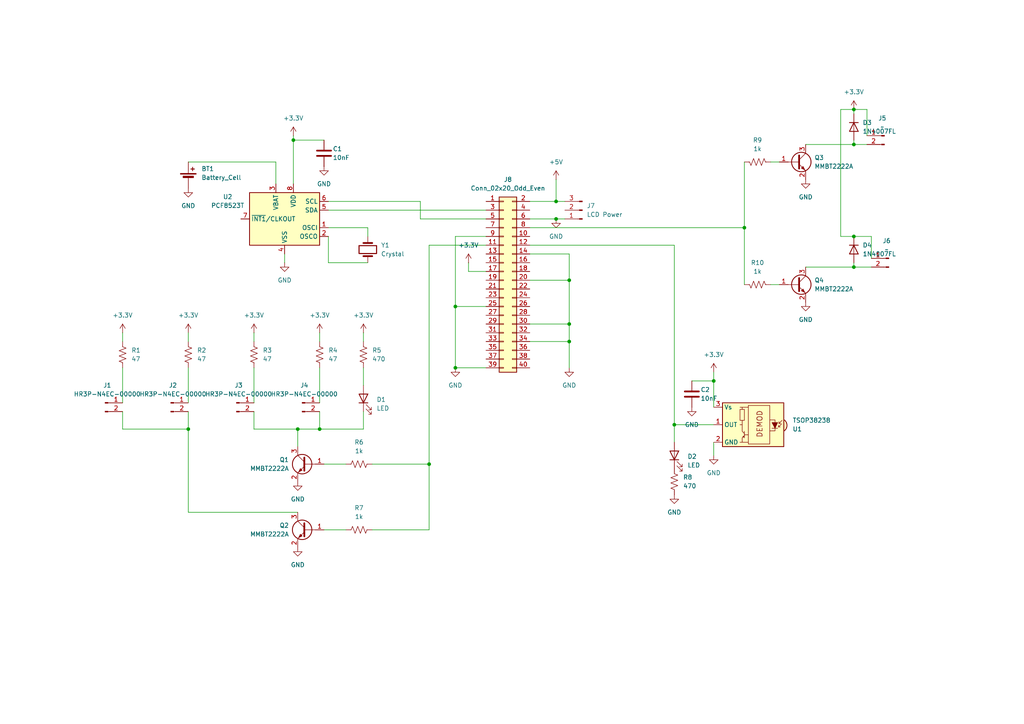
<source format=kicad_sch>
(kicad_sch (version 20250114) (generator "eeschema") (generator_version "9.0")
  (paper "A4")
  (lib_symbols
    (symbol "Connector:Conn_01x02_Pin" (pin_names (offset 1.016) (hide yes))
      (property "Reference" "J" (at 0 2.54 0))
      (property "Value" "Conn_01x02_Pin" (at 0 -5.08 0))
      (symbol "Conn_01x02_Pin_1_1"
        (rectangle (start 0.8636 0.127) (end 0 -0.127) (stroke (width 0.1524)) (fill (type outline)))
        (rectangle (start 0.8636 -2.413) (end 0 -2.667) (stroke (width 0.1524)) (fill (type outline)))
        (polyline (pts (xy 1.27 0) (xy 0.8636 0)) (stroke (width 0.1524)))
        (polyline (pts (xy 1.27 -2.54) (xy 0.8636 -2.54)) (stroke (width 0.1524)))
        (pin passive line (at 5.08 0 180) (length 3.81) (name "Pin_1") (number "1"))
        (pin passive line (at 5.08 -2.54 180) (length 3.81) (name "Pin_2") (number "2"))
      )
    )
    (symbol "Connector:Conn_01x03_Pin" (pin_names (offset 1.016) (hide yes))
      (property "Reference" "J" (at 0 5.08 0))
      (property "Value" "Conn_01x03_Pin" (at 0 -5.08 0))
      (symbol "Conn_01x03_Pin_1_1"
        (rectangle (start 0.8636 2.667) (end 0 2.413) (stroke (width 0.1524)) (fill (type outline)))
        (rectangle (start 0.8636 0.127) (end 0 -0.127) (stroke (width 0.1524)) (fill (type outline)))
        (rectangle (start 0.8636 -2.413) (end 0 -2.667) (stroke (width 0.1524)) (fill (type outline)))
        (polyline (pts (xy 1.27 2.54) (xy 0.8636 2.54)) (stroke (width 0.1524)))
        (polyline (pts (xy 1.27 0) (xy 0.8636 0)) (stroke (width 0.1524)))
        (polyline (pts (xy 1.27 -2.54) (xy 0.8636 -2.54)) (stroke (width 0.1524)))
        (pin passive line (at 5.08 2.54 180) (length 3.81) (name "Pin_1") (number "1"))
        (pin passive line (at 5.08 0 180) (length 3.81) (name "Pin_2") (number "2"))
        (pin passive line (at 5.08 -2.54 180) (length 3.81) (name "Pin_3") (number "3"))
      )
    )
    (symbol "Connector_Generic:Conn_02x20_Odd_Even" (pin_names (offset 1.016) (hide yes))
      (property "Reference" "J" (at 1.27 25.4 0))
      (property "Value" "Conn_02x20_Odd_Even" (at 1.27 -27.94 0))
      (symbol "Conn_02x20_Odd_Even_1_1"
        (rectangle (start -1.27 24.13) (end 3.81 -26.67) (stroke (width 0.254)) (fill (type background)))
        (rectangle (start -1.27 22.987) (end 0 22.733) (stroke (width 0.1524)))
        (rectangle (start -1.27 20.447) (end 0 20.193) (stroke (width 0.1524)))
        (rectangle (start -1.27 17.907) (end 0 17.653) (stroke (width 0.1524)))
        (rectangle (start -1.27 15.367) (end 0 15.113) (stroke (width 0.1524)))
        (rectangle (start -1.27 12.827) (end 0 12.573) (stroke (width 0.1524)))
        (rectangle (start -1.27 10.287) (end 0 10.033) (stroke (width 0.1524)))
        (rectangle (start -1.27 7.747) (end 0 7.493) (stroke (width 0.1524)))
        (rectangle (start -1.27 5.207) (end 0 4.953) (stroke (width 0.1524)))
        (rectangle (start -1.27 2.667) (end 0 2.413) (stroke (width 0.1524)))
        (rectangle (start -1.27 0.127) (end 0 -0.127) (stroke (width 0.1524)))
        (rectangle (start -1.27 -2.413) (end 0 -2.667) (stroke (width 0.1524)))
        (rectangle (start -1.27 -4.953) (end 0 -5.207) (stroke (width 0.1524)))
        (rectangle (start -1.27 -7.493) (end 0 -7.747) (stroke (width 0.1524)))
        (rectangle (start -1.27 -10.033) (end 0 -10.287) (stroke (width 0.1524)))
        (rectangle (start -1.27 -12.573) (end 0 -12.827) (stroke (width 0.1524)))
        (rectangle (start -1.27 -15.113) (end 0 -15.367) (stroke (width 0.1524)))
        (rectangle (start -1.27 -17.653) (end 0 -17.907) (stroke (width 0.1524)))
        (rectangle (start -1.27 -20.193) (end 0 -20.447) (stroke (width 0.1524)))
        (rectangle (start -1.27 -22.733) (end 0 -22.987) (stroke (width 0.1524)))
        (rectangle (start -1.27 -25.273) (end 0 -25.527) (stroke (width 0.1524)))
        (rectangle (start 3.81 22.987) (end 2.54 22.733) (stroke (width 0.1524)))
        (rectangle (start 3.81 20.447) (end 2.54 20.193) (stroke (width 0.1524)))
        (rectangle (start 3.81 17.907) (end 2.54 17.653) (stroke (width 0.1524)))
        (rectangle (start 3.81 15.367) (end 2.54 15.113) (stroke (width 0.1524)))
        (rectangle (start 3.81 12.827) (end 2.54 12.573) (stroke (width 0.1524)))
        (rectangle (start 3.81 10.287) (end 2.54 10.033) (stroke (width 0.1524)))
        (rectangle (start 3.81 7.747) (end 2.54 7.493) (stroke (width 0.1524)))
        (rectangle (start 3.81 5.207) (end 2.54 4.953) (stroke (width 0.1524)))
        (rectangle (start 3.81 2.667) (end 2.54 2.413) (stroke (width 0.1524)))
        (rectangle (start 3.81 0.127) (end 2.54 -0.127) (stroke (width 0.1524)))
        (rectangle (start 3.81 -2.413) (end 2.54 -2.667) (stroke (width 0.1524)))
        (rectangle (start 3.81 -4.953) (end 2.54 -5.207) (stroke (width 0.1524)))
        (rectangle (start 3.81 -7.493) (end 2.54 -7.747) (stroke (width 0.1524)))
        (rectangle (start 3.81 -10.033) (end 2.54 -10.287) (stroke (width 0.1524)))
        (rectangle (start 3.81 -12.573) (end 2.54 -12.827) (stroke (width 0.1524)))
        (rectangle (start 3.81 -15.113) (end 2.54 -15.367) (stroke (width 0.1524)))
        (rectangle (start 3.81 -17.653) (end 2.54 -17.907) (stroke (width 0.1524)))
        (rectangle (start 3.81 -20.193) (end 2.54 -20.447) (stroke (width 0.1524)))
        (rectangle (start 3.81 -22.733) (end 2.54 -22.987) (stroke (width 0.1524)))
        (rectangle (start 3.81 -25.273) (end 2.54 -25.527) (stroke (width 0.1524)))
        (pin passive line (at -5.08 22.86 0) (length 3.81) (name "Pin_1") (number "1"))
        (pin passive line (at -5.08 20.32 0) (length 3.81) (name "Pin_3") (number "3"))
        (pin passive line (at -5.08 17.78 0) (length 3.81) (name "Pin_5") (number "5"))
        (pin passive line (at -5.08 15.24 0) (length 3.81) (name "Pin_7") (number "7"))
        (pin passive line (at -5.08 12.7 0) (length 3.81) (name "Pin_9") (number "9"))
        (pin passive line (at -5.08 10.16 0) (length 3.81) (name "Pin_11") (number "11"))
        (pin passive line (at -5.08 7.62 0) (length 3.81) (name "Pin_13") (number "13"))
        (pin passive line (at -5.08 5.08 0) (length 3.81) (name "Pin_15") (number "15"))
        (pin passive line (at -5.08 2.54 0) (length 3.81) (name "Pin_17") (number "17"))
        (pin passive line (at -5.08 0 0) (length 3.81) (name "Pin_19") (number "19"))
        (pin passive line (at -5.08 -2.54 0) (length 3.81) (name "Pin_21") (number "21"))
        (pin passive line (at -5.08 -5.08 0) (length 3.81) (name "Pin_23") (number "23"))
        (pin passive line (at -5.08 -7.62 0) (length 3.81) (name "Pin_25") (number "25"))
        (pin passive line (at -5.08 -10.16 0) (length 3.81) (name "Pin_27") (number "27"))
        (pin passive line (at -5.08 -12.7 0) (length 3.81) (name "Pin_29") (number "29"))
        (pin passive line (at -5.08 -15.24 0) (length 3.81) (name "Pin_31") (number "31"))
        (pin passive line (at -5.08 -17.78 0) (length 3.81) (name "Pin_33") (number "33"))
        (pin passive line (at -5.08 -20.32 0) (length 3.81) (name "Pin_35") (number "35"))
        (pin passive line (at -5.08 -22.86 0) (length 3.81) (name "Pin_37") (number "37"))
        (pin passive line (at -5.08 -25.4 0) (length 3.81) (name "Pin_39") (number "39"))
        (pin passive line (at 7.62 22.86 180) (length 3.81) (name "Pin_2") (number "2"))
        (pin passive line (at 7.62 20.32 180) (length 3.81) (name "Pin_4") (number "4"))
        (pin passive line (at 7.62 17.78 180) (length 3.81) (name "Pin_6") (number "6"))
        (pin passive line (at 7.62 15.24 180) (length 3.81) (name "Pin_8") (number "8"))
        (pin passive line (at 7.62 12.7 180) (length 3.81) (name "Pin_10") (number "10"))
        (pin passive line (at 7.62 10.16 180) (length 3.81) (name "Pin_12") (number "12"))
        (pin passive line (at 7.62 7.62 180) (length 3.81) (name "Pin_14") (number "14"))
        (pin passive line (at 7.62 5.08 180) (length 3.81) (name "Pin_16") (number "16"))
        (pin passive line (at 7.62 2.54 180) (length 3.81) (name "Pin_18") (number "18"))
        (pin passive line (at 7.62 0 180) (length 3.81) (name "Pin_20") (number "20"))
        (pin passive line (at 7.62 -2.54 180) (length 3.81) (name "Pin_22") (number "22"))
        (pin passive line (at 7.62 -5.08 180) (length 3.81) (name "Pin_24") (number "24"))
        (pin passive line (at 7.62 -7.62 180) (length 3.81) (name "Pin_26") (number "26"))
        (pin passive line (at 7.62 -10.16 180) (length 3.81) (name "Pin_28") (number "28"))
        (pin passive line (at 7.62 -12.7 180) (length 3.81) (name "Pin_30") (number "30"))
        (pin passive line (at 7.62 -15.24 180) (length 3.81) (name "Pin_32") (number "32"))
        (pin passive line (at 7.62 -17.78 180) (length 3.81) (name "Pin_34") (number "34"))
        (pin passive line (at 7.62 -20.32 180) (length 3.81) (name "Pin_36") (number "36"))
        (pin passive line (at 7.62 -22.86 180) (length 3.81) (name "Pin_38") (number "38"))
        (pin passive line (at 7.62 -25.4 180) (length 3.81) (name "Pin_40") (number "40"))
      )
    )
    (symbol "Device:Battery_Cell" (pin_numbers (hide yes)) (pin_names (offset 0) (hide yes))
      (property "Reference" "BT" (at 2.54 2.54 0))
      (property "Value" "Battery_Cell" (at 2.54 0 0))
      (symbol "Battery_Cell_0_1"
        (rectangle (start -2.286 1.778) (end 2.286 1.524) (fill (type outline)))
        (rectangle (start -1.524 1.016) (end 1.524 0.508) (fill (type outline)))
        (polyline (pts (xy 0 1.778) (xy 0 2.54)))
        (polyline (pts (xy 0 0.762) (xy 0 0)))
        (polyline (pts (xy 0.762 3.048) (xy 1.778 3.048)) (stroke (width 0.254)))
        (polyline (pts (xy 1.27 3.556) (xy 1.27 2.54)) (stroke (width 0.254)))
      )
      (symbol "Battery_Cell_1_1"
        (pin passive line (at 0 5.08 270) (length 2.54) (name "+") (number "1"))
        (pin passive line (at 0 -2.54 90) (length 2.54) (name "-") (number "2"))
      )
    )
    (symbol "Device:C" (pin_numbers (hide yes)) (pin_names (offset 0.254))
      (property "Reference" "C" (at 0.635 2.54 0))
      (property "Value" "C" (at 0.635 -2.54 0))
      (symbol "C_0_1"
        (polyline (pts (xy -2.032 0.762) (xy 2.032 0.762)) (stroke (width 0.508)))
        (polyline (pts (xy -2.032 -0.762) (xy 2.032 -0.762)) (stroke (width 0.508)))
      )
      (symbol "C_1_1"
        (pin passive line (at 0 3.81 270) (length 2.794) (name "~") (number "1"))
        (pin passive line (at 0 -3.81 90) (length 2.794) (name "~") (number "2"))
      )
    )
    (symbol "Device:Crystal" (pin_numbers (hide yes)) (pin_names (offset 1.016) (hide yes))
      (property "Reference" "Y" (at 0 3.81 0))
      (property "Value" "Crystal" (at 0 -3.81 0))
      (symbol "Crystal_0_1"
        (polyline (pts (xy -2.54 0) (xy -1.905 0)))
        (polyline (pts (xy -1.905 -1.27) (xy -1.905 1.27)) (stroke (width 0.508)))
        (rectangle (start -1.143 2.54) (end 1.143 -2.54) (stroke (width 0.3048)))
        (polyline (pts (xy 1.905 -1.27) (xy 1.905 1.27)) (stroke (width 0.508)))
        (polyline (pts (xy 2.54 0) (xy 1.905 0)))
      )
      (symbol "Crystal_1_1"
        (pin passive line (at -3.81 0 0) (length 1.27) (name "1") (number "1"))
        (pin passive line (at 3.81 0 180) (length 1.27) (name "2") (number "2"))
      )
    )
    (symbol "Device:LED" (pin_numbers (hide yes)) (pin_names (offset 1.016) (hide yes))
      (property "Reference" "D" (at 0 2.54 0))
      (property "Value" "LED" (at 0 -2.54 0))
      (symbol "LED_0_1"
        (polyline (pts (xy -3.048 -0.762) (xy -4.572 -2.286) (xy -3.81 -2.286) (xy -4.572 -2.286) (xy -4.572 -1.524)))
        (polyline (pts (xy -1.778 -0.762) (xy -3.302 -2.286) (xy -2.54 -2.286) (xy -3.302 -2.286) (xy -3.302 -1.524)))
        (polyline (pts (xy -1.27 0) (xy 1.27 0)))
        (polyline (pts (xy -1.27 -1.27) (xy -1.27 1.27)) (stroke (width 0.254)))
        (polyline (pts (xy 1.27 -1.27) (xy 1.27 1.27) (xy -1.27 0) (xy 1.27 -1.27)) (stroke (width 0.254)))
      )
      (symbol "LED_1_1"
        (pin passive line (at -3.81 0 0) (length 2.54) (name "K") (number "1"))
        (pin passive line (at 3.81 0 180) (length 2.54) (name "A") (number "2"))
      )
    )
    (symbol "Device:R_US" (pin_numbers (hide yes)) (pin_names (offset 0))
      (property "Reference" "R" (at 2.54 0 90))
      (property "Value" "R_US" (at -2.54 0 90))
      (symbol "R_US_0_1"
        (polyline (pts (xy 0 2.286) (xy 0 2.54)))
        (polyline (pts (xy 0 2.286) (xy 1.016 1.905) (xy 0 1.524) (xy -1.016 1.143) (xy 0 0.762)))
        (polyline (pts (xy 0 0.762) (xy 1.016 0.381) (xy 0 0) (xy -1.016 -0.381) (xy 0 -0.762)))
        (polyline (pts (xy 0 -0.762) (xy 1.016 -1.143) (xy 0 -1.524) (xy -1.016 -1.905) (xy 0 -2.286)))
        (polyline (pts (xy 0 -2.286) (xy 0 -2.54)))
      )
      (symbol "R_US_1_1"
        (pin passive line (at 0 3.81 270) (length 1.27) (name "~") (number "1"))
        (pin passive line (at 0 -3.81 90) (length 1.27) (name "~") (number "2"))
      )
    )
    (symbol "Diode:MRA4007T3G" (pin_numbers (hide yes)) (pin_names (hide yes))
      (property "Reference" "D" (at 0 2.54 0))
      (property "Value" "MRA4007T3G" (at 0 -2.54 0))
      (symbol "MRA4007T3G_0_1"
        (polyline (pts (xy -1.27 1.27) (xy -1.27 -1.27)) (stroke (width 0.254)))
        (polyline (pts (xy 1.27 1.27) (xy 1.27 -1.27) (xy -1.27 0) (xy 1.27 1.27)) (stroke (width 0.254)))
        (polyline (pts (xy 1.27 0) (xy -1.27 0)))
      )
      (symbol "MRA4007T3G_1_1"
        (pin passive line (at -3.81 0 0) (length 2.54) (name "K") (number "1"))
        (pin passive line (at 3.81 0 180) (length 2.54) (name "A") (number "2"))
      )
    )
    (symbol "Interface_Optical:TSOP382xx"
      (property "Reference" "U" (at -10.16 7.62 0))
      (property "Value" "TSOP382xx" (at -10.16 -7.62 0))
      (symbol "TSOP382xx_0_0"
        (arc (start -10.287 -1.778) (mid -11.0899 -0.1905) (end -10.287 1.397) (stroke (width 0.254)) (fill (type background)))
        (polyline (pts (xy 1.905 5.08) (xy 0.127 5.08)))
        (polyline (pts (xy 1.905 -5.08) (xy 0.127 -5.08)))
        (text "DEMOD" (at -3.175 0.254 900) (effects (font (size 1.524 1.524))))
      )
      (symbol "TSOP382xx_0_1"
        (polyline (pts (xy -8.763 0.381) (xy -9.652 1.27)))
        (polyline (pts (xy -8.763 0.381) (xy -9.271 0.381)))
        (polyline (pts (xy -8.763 0.381) (xy -8.763 0.889)))
        (polyline (pts (xy -8.636 -0.635) (xy -9.525 0.254)))
        (polyline (pts (xy -8.636 -0.635) (xy -9.144 -0.635)))
        (polyline (pts (xy -8.636 -0.635) (xy -8.636 -0.127)))
        (polyline (pts (xy -8.382 0.635) (xy -6.731 0.635) (xy -7.62 -1.016) (xy -8.382 0.635)) (fill (type outline)))
        (polyline (pts (xy -8.382 -1.016) (xy -6.731 -1.016)))
        (rectangle (start -6.096 5.588) (end 0.127 -5.588))
        (polyline (pts (xy -6.096 1.397) (xy -7.62 1.397) (xy -7.62 -1.778) (xy -6.096 -1.778)))
        (polyline (pts (xy 1.27 -1.905) (xy 1.27 -3.81)))
        (polyline (pts (xy 1.27 -2.54) (xy 1.905 -1.905) (xy 1.905 0) (xy 2.54 0)))
        (polyline (pts (xy 1.27 -2.921) (xy 0.127 -2.921)))
        (polyline (pts (xy 1.27 -3.175) (xy 1.905 -3.81) (xy 1.905 -5.08) (xy 2.54 -5.08)))
        (polyline (pts (xy 1.397 -3.556) (xy 1.524 -3.556)))
        (polyline (pts (xy 1.651 -3.556) (xy 1.524 -3.556)))
        (polyline (pts (xy 1.651 -3.556) (xy 1.651 -3.302)))
        (polyline (pts (xy 1.905 4.445) (xy 1.905 5.08) (xy 2.54 5.08)))
        (polyline (pts (xy 1.905 0) (xy 1.905 1.27)))
        (rectangle (start 2.54 1.27) (end 1.27 4.445))
        (rectangle (start 7.62 6.35) (end -10.16 -6.35) (stroke (width 0.254)) (fill (type background)))
      )
      (symbol "TSOP382xx_1_1"
        (pin power_in line (at 10.16 5.08 180) (length 2.54) (name "Vs") (number "3"))
        (pin output line (at 10.16 0 180) (length 2.54) (name "OUT") (number "1"))
        (pin power_in line (at 10.16 -5.08 180) (length 2.54) (name "GND") (number "2"))
      )
    )
    (symbol "Timer_RTC:PCF8523T"
      (property "Reference" "U" (at -10.16 8.89 0))
      (property "Value" "PCF8523T" (at 3.81 8.89 0))
      (symbol "PCF8523T_0_1"
        (rectangle (start -10.16 7.62) (end 10.16 -7.62) (stroke (width 0.254)) (fill (type background)))
      )
      (symbol "PCF8523T_1_1"
        (pin input line (at -12.7 5.08 0) (length 2.54) (name "SCL") (number "6"))
        (pin bidirectional line (at -12.7 2.54 0) (length 2.54) (name "SDA") (number "5"))
        (pin input line (at -12.7 -2.54 0) (length 2.54) (name "OSCI") (number "1"))
        (pin output line (at -12.7 -5.08 0) (length 2.54) (name "OSCO") (number "2"))
        (pin power_in line (at -2.54 10.16 270) (length 2.54) (name "VDD") (number "8"))
        (pin power_in line (at 0 -10.16 90) (length 2.54) (name "VSS") (number "4"))
        (pin power_in line (at 2.54 10.16 270) (length 2.54) (name "VBAT") (number "3"))
        (pin open_collector line (at 12.7 0 180) (length 2.54) (name "~{INT1}/CLKOUT") (number "7"))
      )
    )
    (symbol "Transistor_BJT:MMBT2222A" (pin_names (offset 0) (hide yes))
      (property "Reference" "Q" (at 5.08 1.905 0))
      (property "Value" "MMBT2222A" (at 5.08 0 0))
      (symbol "MMBT2222A_0_1"
        (polyline (pts (xy -2.54 0) (xy 0.635 0)))
        (polyline (pts (xy 0.635 1.905) (xy 0.635 -1.905)) (stroke (width 0.508)))
        (circle (center 1.27 0) (radius 2.8194) (stroke (width 0.254)))
      )
      (symbol "MMBT2222A_1_1"
        (polyline (pts (xy 0.635 0.635) (xy 2.54 2.54)))
        (polyline (pts (xy 0.635 -0.635) (xy 2.54 -2.54)))
        (polyline (pts (xy 1.27 -1.778) (xy 1.778 -1.27) (xy 2.286 -2.286) (xy 1.27 -1.778)) (fill (type outline)))
        (pin input line (at -5.08 0 0) (length 2.54) (name "B") (number "1"))
        (pin passive line (at 2.54 5.08 270) (length 2.54) (name "C") (number "3"))
        (pin passive line (at 2.54 -5.08 90) (length 2.54) (name "E") (number "2"))
      )
    )
    (symbol "power:+3.3V" (power) (pin_numbers (hide yes)) (pin_names (offset 0) (hide yes))
      (property "Value" "+3.3V" (at 0 3.556 0))
      (symbol "+3.3V_0_1"
        (polyline (pts (xy -0.762 1.27) (xy 0 2.54)))
        (polyline (pts (xy 0 2.54) (xy 0.762 1.27)))
        (polyline (pts (xy 0 0) (xy 0 2.54)))
      )
      (symbol "+3.3V_1_1"
        (pin power_in line (at 0 0 90) (length 0) (name "~") (number "1"))
      )
    )
    (symbol "power:+5V" (power) (pin_numbers (hide yes)) (pin_names (offset 0) (hide yes))
      (property "Value" "+5V" (at 0 3.556 0))
      (symbol "+5V_0_1"
        (polyline (pts (xy -0.762 1.27) (xy 0 2.54)))
        (polyline (pts (xy 0 2.54) (xy 0.762 1.27)))
        (polyline (pts (xy 0 0) (xy 0 2.54)))
      )
      (symbol "+5V_1_1"
        (pin power_in line (at 0 0 90) (length 0) (name "~") (number "1"))
      )
    )
    (symbol "power:GND" (power) (pin_numbers (hide yes)) (pin_names (offset 0) (hide yes))
      (property "Value" "GND" (at 0 -3.81 0))
      (symbol "GND_0_1"
        (polyline (pts (xy 0 0) (xy 0 -1.27) (xy 1.27 -1.27) (xy 0 -2.54) (xy -1.27 -1.27) (xy 0 -1.27)))
      )
      (symbol "GND_1_1"
        (pin power_in line (at 0 0 270) (length 0) (name "~") (number "1"))
      )
    )
  )
  (junction (at 195.58 123.19))
  (junction (at 161.29 63.5))
  (junction (at 165.1 93.98))
  (junction (at 247.65 68.58))
  (junction (at 207.01 110.49))
  (junction (at 165.1 99.06))
  (junction (at 247.65 77.47))
  (junction (at 92.71 124.46))
  (junction (at 247.65 41.91))
  (junction (at 161.29 58.42))
  (junction (at 132.08 106.68))
  (junction (at 86.36 124.46))
  (junction (at 124.46 134.62))
  (junction (at 54.61 124.46))
  (junction (at 132.08 88.9))
  (junction (at 215.9 66.04))
  (junction (at 165.1 81.28))
  (junction (at 247.65 31.75))
  (junction (at 85.09 40.64))
  (wire (pts (xy 54.61 148.59) (xy 54.61 124.46)))
  (wire (pts (xy 86.36 124.46) (xy 86.36 129.54)))
  (wire (pts (xy 121.92 63.5) (xy 140.97 63.5)))
  (wire (pts (xy 161.29 63.5) (xy 163.83 63.5)))
  (wire (pts (xy 85.09 39.37) (xy 85.09 40.64)))
  (wire (pts (xy 92.71 96.52) (xy 92.71 99.06)))
  (wire (pts (xy 132.08 106.68) (xy 140.97 106.68)))
  (wire (pts (xy 35.56 106.68) (xy 35.56 116.84)))
  (wire (pts (xy 226.06 46.99) (xy 223.52 46.99)))
  (wire (pts (xy 153.67 81.28) (xy 165.1 81.28)))
  (wire (pts (xy 252.73 74.93) (xy 252.73 68.58)))
  (wire (pts (xy 86.36 124.46) (xy 73.66 124.46)))
  (wire (pts (xy 35.56 124.46) (xy 54.61 124.46)))
  (wire (pts (xy 132.08 68.58) (xy 132.08 88.9)))
  (wire (pts (xy 251.46 41.91) (xy 247.65 41.91)))
  (wire (pts (xy 85.09 40.64) (xy 93.98 40.64)))
  (wire (pts (xy 73.66 119.38) (xy 73.66 124.46)))
  (wire (pts (xy 200.66 110.49) (xy 207.01 110.49)))
  (wire (pts (xy 92.71 124.46) (xy 86.36 124.46)))
  (wire (pts (xy 195.58 123.19) (xy 207.01 123.19)))
  (wire (pts (xy 140.97 68.58) (xy 132.08 68.58)))
  (wire (pts (xy 105.41 124.46) (xy 92.71 124.46)))
  (wire (pts (xy 73.66 96.52) (xy 73.66 99.06)))
  (wire (pts (xy 35.56 96.52) (xy 35.56 99.06)))
  (wire (pts (xy 95.25 76.2) (xy 106.68 76.2)))
  (wire (pts (xy 251.46 31.75) (xy 247.65 31.75)))
  (wire (pts (xy 247.65 40.64) (xy 247.65 41.91)))
  (wire (pts (xy 161.29 58.42) (xy 163.83 58.42)))
  (wire (pts (xy 153.67 66.04) (xy 215.9 66.04)))
  (wire (pts (xy 165.1 99.06) (xy 165.1 106.68)))
  (wire (pts (xy 165.1 81.28) (xy 165.1 93.98)))
  (wire (pts (xy 215.9 66.04) (xy 215.9 82.55)))
  (wire (pts (xy 252.73 77.47) (xy 247.65 77.47)))
  (wire (pts (xy 165.1 73.66) (xy 165.1 81.28)))
  (wire (pts (xy 247.65 31.75) (xy 243.84 31.75)))
  (wire (pts (xy 86.36 148.59) (xy 54.61 148.59)))
  (wire (pts (xy 207.01 107.95) (xy 207.01 110.49)))
  (wire (pts (xy 247.65 76.2) (xy 247.65 77.47)))
  (wire (pts (xy 95.25 68.58) (xy 95.25 76.2)))
  (wire (pts (xy 106.68 66.04) (xy 106.68 68.58)))
  (wire (pts (xy 215.9 46.99) (xy 215.9 66.04)))
  (wire (pts (xy 195.58 71.12) (xy 195.58 123.19)))
  (wire (pts (xy 54.61 96.52) (xy 54.61 99.06)))
  (wire (pts (xy 121.92 58.42) (xy 121.92 63.5)))
  (wire (pts (xy 54.61 106.68) (xy 54.61 116.84)))
  (wire (pts (xy 124.46 134.62) (xy 124.46 71.12)))
  (wire (pts (xy 92.71 106.68) (xy 92.71 116.84)))
  (wire (pts (xy 161.29 52.07) (xy 161.29 58.42)))
  (wire (pts (xy 153.67 73.66) (xy 165.1 73.66)))
  (wire (pts (xy 226.06 82.55) (xy 223.52 82.55)))
  (wire (pts (xy 95.25 58.42) (xy 121.92 58.42)))
  (wire (pts (xy 73.66 106.68) (xy 73.66 116.84)))
  (wire (pts (xy 247.65 41.91) (xy 233.68 41.91)))
  (wire (pts (xy 252.73 68.58) (xy 247.65 68.58)))
  (wire (pts (xy 140.97 78.74) (xy 135.89 78.74)))
  (wire (pts (xy 153.67 93.98) (xy 165.1 93.98)))
  (wire (pts (xy 82.55 76.2) (xy 82.55 73.66)))
  (wire (pts (xy 124.46 71.12) (xy 140.97 71.12)))
  (wire (pts (xy 251.46 39.37) (xy 251.46 31.75)))
  (wire (pts (xy 153.67 99.06) (xy 165.1 99.06)))
  (wire (pts (xy 207.01 132.08) (xy 207.01 128.27)))
  (wire (pts (xy 95.25 60.96) (xy 140.97 60.96)))
  (wire (pts (xy 54.61 119.38) (xy 54.61 124.46)))
  (wire (pts (xy 93.98 134.62) (xy 100.33 134.62)))
  (wire (pts (xy 247.65 31.75) (xy 247.65 33.02)))
  (wire (pts (xy 247.65 77.47) (xy 233.68 77.47)))
  (wire (pts (xy 35.56 119.38) (xy 35.56 124.46)))
  (wire (pts (xy 107.95 153.67) (xy 124.46 153.67)))
  (wire (pts (xy 124.46 153.67) (xy 124.46 134.62)))
  (wire (pts (xy 243.84 68.58) (xy 243.84 31.75)))
  (wire (pts (xy 105.41 106.68) (xy 105.41 111.76)))
  (wire (pts (xy 135.89 78.74) (xy 135.89 76.2)))
  (wire (pts (xy 80.01 46.99) (xy 80.01 53.34)))
  (wire (pts (xy 95.25 66.04) (xy 106.68 66.04)))
  (wire (pts (xy 207.01 110.49) (xy 207.01 118.11)))
  (wire (pts (xy 153.67 71.12) (xy 195.58 71.12)))
  (wire (pts (xy 93.98 153.67) (xy 100.33 153.67)))
  (wire (pts (xy 153.67 63.5) (xy 161.29 63.5)))
  (wire (pts (xy 153.67 58.42) (xy 161.29 58.42)))
  (wire (pts (xy 165.1 93.98) (xy 165.1 99.06)))
  (wire (pts (xy 54.61 46.99) (xy 80.01 46.99)))
  (wire (pts (xy 105.41 96.52) (xy 105.41 99.06)))
  (wire (pts (xy 243.84 68.58) (xy 247.65 68.58)))
  (wire (pts (xy 107.95 134.62) (xy 124.46 134.62)))
  (wire (pts (xy 92.71 119.38) (xy 92.71 124.46)))
  (wire (pts (xy 105.41 119.38) (xy 105.41 124.46)))
  (wire (pts (xy 132.08 88.9) (xy 132.08 106.68)))
  (wire (pts (xy 85.09 40.64) (xy 85.09 53.34)))
  (wire (pts (xy 195.58 128.27) (xy 195.58 123.19)))
  (wire (pts (xy 140.97 88.9) (xy 132.08 88.9)))
  (symbol (lib_id "power:+3.3V") (at 247.65 31.75 0) (unit 1)
    (property "Reference" "#PWR021" (effects (hide yes)))
    (property "Value" "+3.3V" (at 247.65 26.67 0))
    (property "Description" "Power symbol creates a global label with name \"+3.3V\"" (effects (hide yes)))
  )
  (symbol (lib_id "Device:R_US") (at 54.61 102.87 0) (unit 1)
    (property "Reference" "R2" (at 57.15 101.5999 0) (effects (justify left)))
    (property "Value" "47" (at 57.15 104.1399 0) (effects (justify left)))
    (property "Footprint" "Resistor_SMD:R_0805_2012Metric" (effects (hide yes)))
    (property "Description" "Resistor, US symbol" (effects (hide yes)))
    (property "Digikey" "RHM47BTR-ND" (effects (hide yes)))
  )
  (symbol (lib_id "power:GND") (at 161.29 63.5 0) (unit 1)
    (property "Reference" "#PWR020" (effects (hide yes)))
    (property "Value" "GND" (at 161.29 68.58 0))
    (property "Description" "Power symbol creates a global label with name \"GND\" , ground" (effects (hide yes)))
  )
  (symbol (lib_id "power:GND") (at 207.01 132.08 0) (unit 1)
    (property "Reference" "#PWR03" (effects (hide yes)))
    (property "Value" "GND" (at 207.01 137.16 0))
    (property "Description" "Power symbol creates a global label with name \"GND\" , ground" (effects (hide yes)))
  )
  (symbol (lib_id "Device:C") (at 93.98 44.45 0) (unit 1)
    (property "Reference" "C1" (at 96.52 43.18 0) (effects (justify left)))
    (property "Value" "10nF" (at 96.52 45.72 0) (effects (justify left)))
    (property "Footprint" "Capacitor_SMD:C_0805_2012Metric" (effects (hide yes)))
    (property "Description" "Unpolarized capacitor" (effects (hide yes)))
    (property "Digikey" "399-1158-1-ND" (effects (hide yes)))
    (property "LCSC" "C83170" (effects (hide yes)))
  )
  (symbol (lib_id "power:+3.3V") (at 207.01 107.95 0) (unit 1)
    (property "Reference" "#PWR01" (effects (hide yes)))
    (property "Value" "+3.3V" (at 207.01 102.87 0))
    (property "Description" "Power symbol creates a global label with name \"+3.3V\"" (effects (hide yes)))
  )
  (symbol (lib_id "Device:Battery_Cell") (at 54.61 52.07 0) (unit 1)
    (property "Reference" "BT1" (at 58.42 48.9584 0) (effects (justify left)))
    (property "Value" "Battery_Cell" (at 58.42 51.4984 0) (effects (justify left)))
    (property "Footprint" "Battery:BatteryHolder_Keystone_3000_1x12mm" (effects (hide yes)))
    (property "Description" "Single-cell battery" (effects (hide yes)))
  )
  (symbol (lib_id "Device:R_US") (at 195.58 139.7 180) (unit 1)
    (property "Reference" "R8" (at 198.12 138.4299 0) (effects (justify right)))
    (property "Value" "470" (at 198.12 140.9699 0) (effects (justify right)))
    (property "Footprint" "Resistor_SMD:R_0805_2012Metric" (effects (hide yes)))
    (property "Description" "Secondary option if PWM output is needed." (effects (hide yes)))
  )
  (symbol (lib_id "power:GND") (at 233.68 87.63 0) (mirror y) (unit 1)
    (property "Reference" "#PWR018" (effects (hide yes)))
    (property "Value" "GND" (at 233.68 92.71 0))
    (property "Description" "Power symbol creates a global label with name \"GND\" , ground" (effects (hide yes)))
  )
  (symbol (lib_id "power:GND") (at 165.1 106.68 0) (unit 1)
    (property "Reference" "#PWR06" (effects (hide yes)))
    (property "Value" "GND" (at 165.1 111.76 0))
    (property "Description" "Power symbol creates a global label with name \"GND\" , ground" (effects (hide yes)))
  )
  (symbol (lib_id "Device:Crystal") (at 106.68 72.39 90) (unit 1)
    (property "Reference" "Y1" (at 110.49 71.1199 90) (effects (justify right)))
    (property "Value" "Crystal" (at 110.49 73.6599 90) (effects (justify right)))
    (property "Footprint" "Crystal:Crystal_SMD_3215-2Pin_3.2x1.5mm" (effects (hide yes)))
    (property "Description" "Two pin crystal" (effects (hide yes)))
    (property "Digikey" "535-9543-2-ND" (effects (hide yes)))
  )
  (symbol (lib_id "Interface_Optical:TSOP382xx") (at 217.17 123.19 0) (mirror y) (unit 1)
    (property "Reference" "U1" (at 229.87 124.4601 0) (effects (justify right)))
    (property "Value" "TSOP38238" (at 229.87 121.9201 0) (effects (justify right)))
    (property "Footprint" "OptoDevice:Vishay_MINICAST-3Pin" (effects (hide yes)))
    (property "Datasheet" "http://www.vishay.com/docs/82491/tsop382.pdf" (effects (hide yes)))
    (property "Description" "Photo Modules for PCM Remote Control Systems" (effects (hide yes)))
    (property "Digikey" "751-1227-ND" (effects (hide yes)))
  )
  (symbol (lib_id "Device:R_US") (at 92.71 102.87 0) (unit 1)
    (property "Reference" "R4" (at 95.25 101.5999 0) (effects (justify left)))
    (property "Value" "47" (at 95.25 104.1399 0) (effects (justify left)))
    (property "Footprint" "Resistor_SMD:R_0805_2012Metric" (effects (hide yes)))
    (property "Description" "Resistor, US symbol" (effects (hide yes)))
    (property "Digikey" "RHM47BTR-ND" (effects (hide yes)))
  )
  (symbol (lib_id "Device:R_US") (at 35.56 102.87 0) (unit 1)
    (property "Reference" "R1" (at 38.1 101.5999 0) (effects (justify left)))
    (property "Value" "47" (at 38.1 104.1399 0) (effects (justify left)))
    (property "Footprint" "Resistor_SMD:R_0805_2012Metric" (effects (hide yes)))
    (property "Description" "Resistor, US symbol" (effects (hide yes)))
    (property "Digikey" "RHM47BTR-ND" (effects (hide yes)))
  )
  (symbol (lib_id "Device:R_US") (at 219.71 46.99 270) (mirror x) (unit 1)
    (property "Reference" "R9" (at 219.71 40.64 90))
    (property "Value" "1k" (at 219.71 43.18 90))
    (property "Footprint" "Resistor_SMD:R_0805_2012Metric" (effects (hide yes)))
    (property "Description" "Resistor, US symbol" (effects (hide yes)))
  )
  (symbol (lib_id "power:GND") (at 93.98 48.26 0) (unit 1)
    (property "Reference" "#PWR022" (effects (hide yes)))
    (property "Value" "GND" (at 93.98 53.34 0))
    (property "Description" "Power symbol creates a global label with name \"GND\" , ground" (effects (hide yes)))
  )
  (symbol (lib_id "power:+3.3V") (at 35.56 96.52 0) (unit 1)
    (property "Reference" "#PWR011" (effects (hide yes)))
    (property "Value" "+3.3V" (at 35.56 91.44 0))
    (property "Description" "Power symbol creates a global label with name \"+3.3V\"" (effects (hide yes)))
  )
  (symbol (lib_id "Connector:Conn_01x02_Pin") (at 30.48 116.84 0) (unit 1)
    (property "Reference" "J1" (at 31.115 111.76 0))
    (property "Value" "HR3P-N4EC-00000" (at 31.115 114.3 0))
    (property "Footprint" "Connector_PinHeader_2.54mm:PinHeader_1x02_P2.54mm_Horizontal" (effects (hide yes)))
    (property "Description" "Infrared LED transmitter" (effects (hide yes)))
    (property "Digikey" "516-HR3P-N4EC-00000-ND" (effects (hide yes)))
  )
  (symbol (lib_id "power:+3.3V") (at 105.41 96.52 0) (unit 1)
    (property "Reference" "#PWR012" (effects (hide yes)))
    (property "Value" "+3.3V" (at 105.41 91.44 0))
    (property "Description" "Power symbol creates a global label with name \"+3.3V\"" (effects (hide yes)))
  )
  (symbol (lib_id "power:GND") (at 200.66 118.11 0) (unit 1)
    (property "Reference" "#PWR023" (effects (hide yes)))
    (property "Value" "GND" (at 200.66 123.19 0))
    (property "Description" "Power symbol creates a global label with name \"GND\" , ground" (effects (hide yes)))
  )
  (symbol (lib_id "Diode:MRA4007T3G") (at 247.65 36.83 270) (unit 1)
    (property "Reference" "D3" (at 250.19 35.5599 90) (effects (justify left)))
    (property "Value" "1N4007FL" (at 250.19 38.0999 90) (effects (justify left)))
    (property "Footprint" "Diode_SMD:D_SOD-123" (effects (hide yes)))
    (property "Description" "75V 0.15A Fast Switching Diode, SOD-123" (effects (hide yes)))
    (property "Digikey" "1655-1N4007FLCT-ND" (effects (hide yes)))
    (property "LCSC" "C7528871" (effects (hide yes)))
  )
  (symbol (lib_id "Device:LED") (at 195.58 132.08 90) (unit 1)
    (property "Reference" "D2" (at 199.39 132.3974 90) (effects (justify right)))
    (property "Value" "LED" (at 199.39 134.9374 90) (effects (justify right)))
    (property "Footprint" "Diode_SMD:D_0805_2012Metric" (effects (hide yes)))
    (property "Description" "Light emitting diode" (effects (hide yes)))
    (property "Sim.Pins" "1=K 2=A" (effects (hide yes)))
  )
  (symbol (lib_id "Transistor_BJT:MMBT2222A") (at 88.9 153.67 0) (mirror y) (unit 1)
    (property "Reference" "Q2" (at 83.82 152.3999 0) (effects (justify left)))
    (property "Value" "MMBT2222A" (at 83.82 154.9399 0) (effects (justify left)))
    (property "Footprint" "Package_TO_SOT_SMD:SOT-23" (effects (hide yes)))
    (property "Datasheet" "https://assets.nexperia.com/documents/data-sheet/MMBT2222A.pdf" (effects (hide yes)))
    (property "Description" "600mA Ic, 40V Vce, NPN Transistor, SOT-23" (effects (hide yes)))
    (property "Digikey" "4878-MMBT2222ATR-ND" (effects (hide yes)))
  )
  (symbol (lib_id "power:GND") (at 195.58 143.51 0) (unit 1)
    (property "Reference" "#PWR08" (effects (hide yes)))
    (property "Value" "GND" (at 195.58 148.59 0))
    (property "Description" "Power symbol creates a global label with name \"GND\" , ground" (effects (hide yes)))
  )
  (symbol (lib_id "Device:R_US") (at 105.41 102.87 0) (unit 1)
    (property "Reference" "R5" (at 107.95 101.5999 0) (effects (justify left)))
    (property "Value" "470" (at 107.95 104.1399 0) (effects (justify left)))
    (property "Footprint" "Resistor_SMD:R_0805_2012Metric" (effects (hide yes)))
    (property "Description" "Resistor, US symbol" (effects (hide yes)))
  )
  (symbol (lib_id "Transistor_BJT:MMBT2222A") (at 231.14 82.55 0) (unit 1)
    (property "Reference" "Q4" (at 236.22 81.2799 0) (effects (justify left)))
    (property "Value" "MMBT2222A" (at 236.22 83.8199 0) (effects (justify left)))
    (property "Footprint" "Package_TO_SOT_SMD:SOT-23" (effects (hide yes)))
    (property "Datasheet" "https://assets.nexperia.com/documents/data-sheet/MMBT2222A.pdf" (effects (hide yes)))
    (property "Description" "600mA Ic, 40V Vce, NPN Transistor, SOT-23" (effects (hide yes)))
    (property "Digikey" "4878-MMBT2222ATR-ND" (effects (hide yes)))
  )
  (symbol (lib_id "power:+3.3V") (at 135.89 76.2 0) (unit 1)
    (property "Reference" "#PWR07" (effects (hide yes)))
    (property "Value" "+3.3V" (at 135.89 71.12 0))
    (property "Description" "Power symbol creates a global label with name \"+3.3V\"" (effects (hide yes)))
  )
  (symbol (lib_id "power:+3.3V") (at 73.66 96.52 0) (unit 1)
    (property "Reference" "#PWR02" (effects (hide yes)))
    (property "Value" "+3.3V" (at 73.66 91.44 0))
    (property "Description" "Power symbol creates a global label with name \"+3.3V\"" (effects (hide yes)))
  )
  (symbol (lib_id "Device:R_US") (at 73.66 102.87 0) (unit 1)
    (property "Reference" "R3" (at 76.2 101.5999 0) (effects (justify left)))
    (property "Value" "47" (at 76.2 104.1399 0) (effects (justify left)))
    (property "Footprint" "Resistor_SMD:R_0805_2012Metric" (effects (hide yes)))
    (property "Description" "Resistor, US symbol" (effects (hide yes)))
    (property "Digikey" "RHM47BTR-ND" (effects (hide yes)))
  )
  (symbol (lib_id "Diode:MRA4007T3G") (at 247.65 72.39 270) (unit 1)
    (property "Reference" "D4" (at 250.19 71.1199 90) (effects (justify left)))
    (property "Value" "1N4007FL" (at 250.19 73.6599 90) (effects (justify left)))
    (property "Footprint" "Diode_SMD:D_SOD-123" (effects (hide yes)))
    (property "Description" "75V 0.15A Fast Switching Diode, SOD-123" (effects (hide yes)))
    (property "Digikey" "1655-1N4007FLCT-ND" (effects (hide yes)))
    (property "LCSC" "C7528871" (effects (hide yes)))
  )
  (symbol (lib_id "Device:R_US") (at 104.14 153.67 90) (unit 1)
    (property "Reference" "R7" (at 104.14 147.32 90))
    (property "Value" "1k" (at 104.14 149.86 90))
    (property "Footprint" "Resistor_SMD:R_0805_2012Metric" (effects (hide yes)))
    (property "Description" "Resistor, US symbol" (effects (hide yes)))
  )
  (symbol (lib_id "power:GND") (at 233.68 52.07 0) (mirror y) (unit 1)
    (property "Reference" "#PWR017" (effects (hide yes)))
    (property "Value" "GND" (at 233.68 57.15 0))
    (property "Description" "Power symbol creates a global label with name \"GND\" , ground" (effects (hide yes)))
  )
  (symbol (lib_id "Connector:Conn_01x03_Pin") (at 168.91 60.96 180) (unit 1)
    (property "Reference" "J7" (at 170.18 59.6899 0) (effects (justify right)))
    (property "Value" "LCD Power" (at 170.18 62.2299 0) (effects (justify right)))
    (property "Footprint" "Connector_PinSocket_2.54mm:PinSocket_1x03_P2.54mm_Horizontal" (effects (hide yes)))
    (property "Description" "Generic connector, single row, 01x03, script generated" (effects (hide yes)))
  )
  (symbol (lib_id "Connector_Generic:Conn_02x20_Odd_Even") (at 146.05 81.28 0) (unit 1)
    (property "Reference" "J8" (at 147.32 52.07 0))
    (property "Value" "Conn_02x20_Odd_Even" (at 147.32 54.61 0))
    (property "Footprint" "Connector_PinHeader_2.54mm:PinHeader_2x20_P2.54mm_Vertical" (effects (hide yes)))
    (property "Description" "Generic connector, double row, 02x20, odd/even pin numbering scheme (row 1 odd numbers, row 2 even numbers), script generated (kicad-library-utils/schlib/autogen/connector/)" (effects (hide yes)))
  )
  (symbol (lib_id "power:GND") (at 86.36 158.75 0) (unit 1)
    (property "Reference" "#PWR016" (effects (hide yes)))
    (property "Value" "GND" (at 86.36 163.83 0))
    (property "Description" "Power symbol creates a global label with name \"GND\" , ground" (effects (hide yes)))
  )
  (symbol (lib_id "power:GND") (at 132.08 106.68 0) (unit 1)
    (property "Reference" "#PWR04" (effects (hide yes)))
    (property "Value" "GND" (at 132.08 111.76 0))
    (property "Description" "Power symbol creates a global label with name \"GND\" , ground" (effects (hide yes)))
  )
  (symbol (lib_id "Transistor_BJT:MMBT2222A") (at 88.9 134.62 0) (mirror y) (unit 1)
    (property "Reference" "Q1" (at 83.82 133.3499 0) (effects (justify left)))
    (property "Value" "MMBT2222A" (at 83.82 135.8899 0) (effects (justify left)))
    (property "Footprint" "Package_TO_SOT_SMD:SOT-23" (effects (hide yes)))
    (property "Datasheet" "https://assets.nexperia.com/documents/data-sheet/MMBT2222A.pdf" (effects (hide yes)))
    (property "Description" "600mA Ic, 40V Vce, NPN Transistor, SOT-23" (effects (hide yes)))
    (property "Digikey" "4878-MMBT2222ATR-ND" (effects (hide yes)))
  )
  (symbol (lib_id "Connector:Conn_01x02_Pin") (at 257.81 74.93 0) (mirror y) (unit 1)
    (property "Reference" "J6" (at 257.175 69.85 0))
    (property "Value" "~" (at 257.175 72.39 0))
    (property "Footprint" "Connector_PinHeader_2.54mm:PinHeader_1x02_P2.54mm_Horizontal" (effects (hide yes)))
    (property "Description" "Infrared LED transmitter" (effects (hide yes)))
    (property "Digikey" "516-HR3P-N4EC-00000-ND" (effects (hide yes)))
  )
  (symbol (lib_id "power:+3.3V") (at 54.61 96.52 0) (unit 1)
    (property "Reference" "#PWR010" (effects (hide yes)))
    (property "Value" "+3.3V" (at 54.61 91.44 0))
    (property "Description" "Power symbol creates a global label with name \"+3.3V\"" (effects (hide yes)))
  )
  (symbol (lib_id "power:+3.3V") (at 92.71 96.52 0) (unit 1)
    (property "Reference" "#PWR09" (effects (hide yes)))
    (property "Value" "+3.3V" (at 92.71 91.44 0))
    (property "Description" "Power symbol creates a global label with name \"+3.3V\"" (effects (hide yes)))
  )
  (symbol (lib_id "power:+3.3V") (at 85.09 39.37 0) (unit 1)
    (property "Reference" "#PWR014" (effects (hide yes)))
    (property "Value" "+3.3V" (at 85.09 34.29 0))
    (property "Description" "Power symbol creates a global label with name \"+3.3V\"" (effects (hide yes)))
  )
  (symbol (lib_id "Device:R_US") (at 104.14 134.62 90) (unit 1)
    (property "Reference" "R6" (at 104.14 128.27 90))
    (property "Value" "1k" (at 104.14 130.81 90))
    (property "Footprint" "Resistor_SMD:R_0805_2012Metric" (effects (hide yes)))
    (property "Description" "Resistor, US symbol" (effects (hide yes)))
  )
  (symbol (lib_id "Connector:Conn_01x02_Pin") (at 256.54 39.37 0) (mirror y) (unit 1)
    (property "Reference" "J5" (at 255.905 34.29 0))
    (property "Value" "~" (at 255.905 36.83 0))
    (property "Footprint" "Connector_PinHeader_2.54mm:PinHeader_1x02_P2.54mm_Horizontal" (effects (hide yes)))
    (property "Description" "Infrared LED transmitter" (effects (hide yes)))
    (property "Digikey" "516-HR3P-N4EC-00000-ND" (effects (hide yes)))
  )
  (symbol (lib_id "Device:LED") (at 105.41 115.57 90) (unit 1)
    (property "Reference" "D1" (at 109.22 115.8874 90) (effects (justify right)))
    (property "Value" "LED" (at 109.22 118.4274 90) (effects (justify right)))
    (property "Footprint" "Diode_SMD:D_0805_2012Metric" (effects (hide yes)))
    (property "Description" "Light emitting diode" (effects (hide yes)))
    (property "Sim.Pins" "1=K 2=A" (effects (hide yes)))
  )
  (symbol (lib_id "Timer_RTC:PCF8523T") (at 82.55 63.5 0) (mirror y) (unit 1)
    (property "Reference" "U2" (at 66.04 57.0798 0))
    (property "Value" "PCF8523T" (at 66.04 59.6198 0))
    (property "Footprint" "Package_SO:SOIC-8_3.9x4.9mm_P1.27mm" (effects (hide yes)))
    (property "Datasheet" "https://www.nxp.com/docs/en/data-sheet/PCF8523.pdf" (effects (hide yes)))
    (property "Description" "Realtime Clock/Calendar I2C Interface, SOIC-8" (effects (hide yes)))
    (property "Digikey" "568-5306-2-ND" (effects (hide yes)))
  )
  (symbol (lib_id "Transistor_BJT:MMBT2222A") (at 231.14 46.99 0) (unit 1)
    (property "Reference" "Q3" (at 236.22 45.7199 0) (effects (justify left)))
    (property "Value" "MMBT2222A" (at 236.22 48.2599 0) (effects (justify left)))
    (property "Footprint" "Package_TO_SOT_SMD:SOT-23" (effects (hide yes)))
    (property "Datasheet" "https://assets.nexperia.com/documents/data-sheet/MMBT2222A.pdf" (effects (hide yes)))
    (property "Description" "600mA Ic, 40V Vce, NPN Transistor, SOT-23" (effects (hide yes)))
    (property "Digikey" "4878-MMBT2222ATR-ND" (effects (hide yes)))
  )
  (symbol (lib_id "power:GND") (at 86.36 139.7 0) (unit 1)
    (property "Reference" "#PWR05" (effects (hide yes)))
    (property "Value" "GND" (at 86.36 144.78 0))
    (property "Description" "Power symbol creates a global label with name \"GND\" , ground" (effects (hide yes)))
  )
  (symbol (lib_id "Device:C") (at 200.66 114.3 0) (unit 1)
    (property "Reference" "C2" (at 203.2 113.03 0) (effects (justify left)))
    (property "Value" "10nF" (at 203.2 115.57 0) (effects (justify left)))
    (property "Footprint" "Capacitor_SMD:C_0805_2012Metric" (effects (hide yes)))
    (property "Description" "Unpolarized capacitor" (effects (hide yes)))
    (property "Digikey" "399-1158-1-ND" (effects (hide yes)))
    (property "LCSC" "C83170" (effects (hide yes)))
  )
  (symbol (lib_id "Connector:Conn_01x02_Pin") (at 87.63 116.84 0) (unit 1)
    (property "Reference" "J4" (at 88.265 111.76 0))
    (property "Value" "HR3P-N4EC-00000" (at 88.265 114.3 0))
    (property "Footprint" "Connector_PinHeader_2.54mm:PinHeader_1x02_P2.54mm_Horizontal" (effects (hide yes)))
    (property "Description" "Infrared LED transmitter" (effects (hide yes)))
    (property "Digikey" "516-HR3P-N4EC-00000-ND" (effects (hide yes)))
  )
  (symbol (lib_id "power:GND") (at 54.61 54.61 0) (unit 1)
    (property "Reference" "#PWR015" (effects (hide yes)))
    (property "Value" "GND" (at 54.61 59.69 0))
    (property "Description" "Power symbol creates a global label with name \"GND\" , ground" (effects (hide yes)))
  )
  (symbol (lib_id "power:+5V") (at 161.29 52.07 0) (unit 1)
    (property "Reference" "#PWR019" (effects (hide yes)))
    (property "Value" "+5V" (at 161.29 46.99 0))
    (property "Description" "Power symbol creates a global label with name \"+5V\"" (effects (hide yes)))
  )
  (symbol (lib_id "Connector:Conn_01x02_Pin") (at 49.53 116.84 0) (unit 1)
    (property "Reference" "J2" (at 50.165 111.76 0))
    (property "Value" "HR3P-N4EC-00000" (at 50.165 114.3 0))
    (property "Footprint" "Connector_PinHeader_2.54mm:PinHeader_1x02_P2.54mm_Horizontal" (effects (hide yes)))
    (property "Description" "Infrared LED transmitter" (effects (hide yes)))
    (property "Digikey" "516-HR3P-N4EC-00000-ND" (effects (hide yes)))
  )
  (symbol (lib_id "Connector:Conn_01x02_Pin") (at 68.58 116.84 0) (unit 1)
    (property "Reference" "J3" (at 69.215 111.76 0))
    (property "Value" "HR3P-N4EC-00000" (at 69.215 114.3 0))
    (property "Footprint" "Connector_PinHeader_2.54mm:PinHeader_1x02_P2.54mm_Horizontal" (effects (hide yes)))
    (property "Description" "Infrared LED transmitter" (effects (hide yes)))
    (property "Digikey" "516-HR3P-N4EC-00000-ND" (effects (hide yes)))
  )
  (symbol (lib_id "power:GND") (at 82.55 76.2 0) (unit 1)
    (property "Reference" "#PWR013" (effects (hide yes)))
    (property "Value" "GND" (at 82.55 81.28 0))
    (property "Description" "Power symbol creates a global label with name \"GND\" , ground" (effects (hide yes)))
  )
  (symbol (lib_id "Device:R_US") (at 219.71 82.55 270) (mirror x) (unit 1)
    (property "Reference" "R10" (at 219.71 76.2 90))
    (property "Value" "1k" (at 219.71 78.74 90))
    (property "Footprint" "Resistor_SMD:R_0805_2012Metric" (effects (hide yes)))
    (property "Description" "Resistor, US symbol" (effects (hide yes)))
  )
)
</source>
